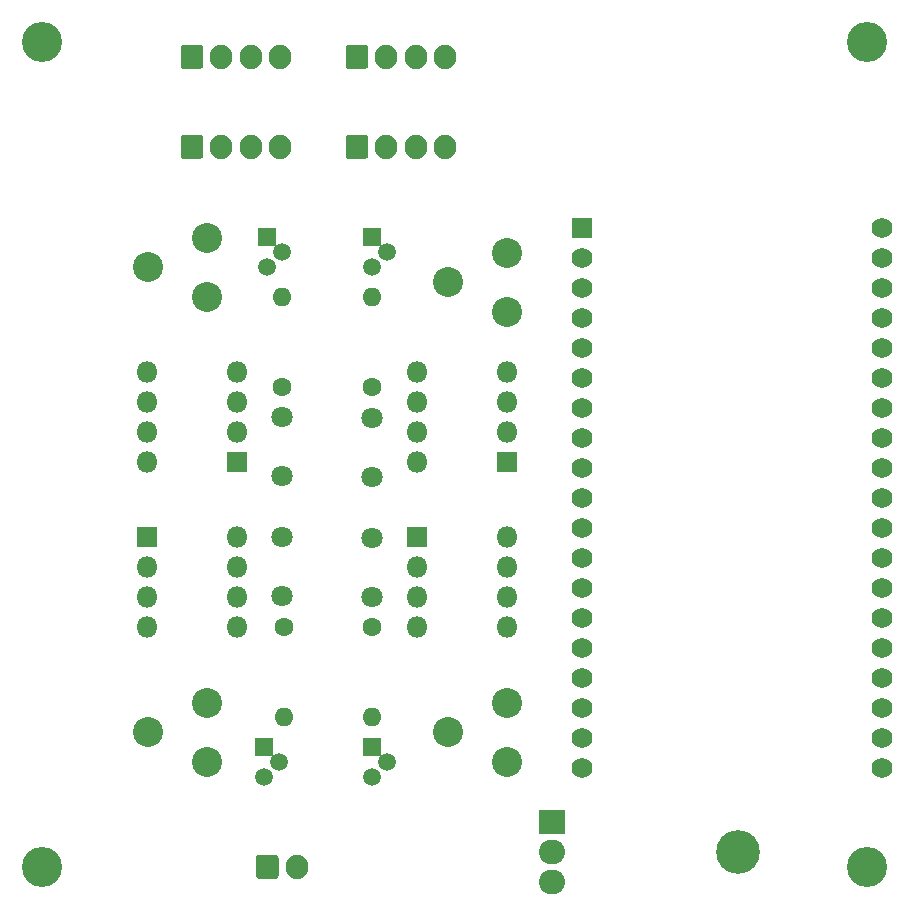
<source format=gbs>
G04 #@! TF.GenerationSoftware,KiCad,Pcbnew,(5.1.5-0-10_14)*
G04 #@! TF.CreationDate,2020-02-05T16:48:16+09:00*
G04 #@! TF.ProjectId,baloon-markII,62616c6f-6f6e-42d6-9d61-726b49492e6b,rev?*
G04 #@! TF.SameCoordinates,PX258bd10PY730f910*
G04 #@! TF.FileFunction,Soldermask,Bot*
G04 #@! TF.FilePolarity,Negative*
%FSLAX46Y46*%
G04 Gerber Fmt 4.6, Leading zero omitted, Abs format (unit mm)*
G04 Created by KiCad (PCBNEW (5.1.5-0-10_14)) date 2020-02-05 16:48:16*
%MOMM*%
%LPD*%
G04 APERTURE LIST*
%ADD10O,2.200000X2.105000*%
%ADD11R,2.200000X2.105000*%
%ADD12O,3.700000X3.700000*%
%ADD13C,1.760000*%
%ADD14R,1.760000X1.760000*%
%ADD15O,1.600000X1.600000*%
%ADD16C,1.600000*%
%ADD17C,3.400000*%
%ADD18O,1.900000X2.050000*%
%ADD19C,0.100000*%
%ADD20C,2.540000*%
%ADD21R,1.500000X1.500000*%
%ADD22C,1.500000*%
%ADD23C,1.800000*%
%ADD24O,1.800000X1.800000*%
%ADD25R,1.800000X1.800000*%
G04 APERTURE END LIST*
D10*
X48260000Y3810000D03*
X48260000Y6350000D03*
D11*
X48260000Y8890000D03*
D12*
X64060000Y6350000D03*
D13*
X76200000Y13410000D03*
X76200000Y15950000D03*
X76200000Y18490000D03*
X76200000Y21030000D03*
X76200000Y23570000D03*
X76200000Y26110000D03*
X76200000Y28650000D03*
X76200000Y31190000D03*
X76200000Y33730000D03*
X76200000Y36270000D03*
X76200000Y38810000D03*
X76200000Y41350000D03*
X76200000Y43890000D03*
X76200000Y46430000D03*
X76200000Y48970000D03*
X76200000Y51510000D03*
X76200000Y54050000D03*
X76200000Y56590000D03*
X76200000Y59130000D03*
X50800000Y15950000D03*
X50800000Y18490000D03*
X50800000Y21030000D03*
X50800000Y23570000D03*
X50800000Y26110000D03*
X50800000Y28650000D03*
X50800000Y31190000D03*
X50800000Y33730000D03*
X50800000Y36270000D03*
X50800000Y38810000D03*
X50800000Y41350000D03*
X50800000Y43890000D03*
X50800000Y46430000D03*
X50800000Y48970000D03*
X50800000Y51510000D03*
X50800000Y54050000D03*
X50800000Y13410000D03*
X50800000Y56590000D03*
D14*
X50800000Y59130000D03*
D15*
X33020000Y53340000D03*
D16*
X33020000Y45720000D03*
D17*
X74930000Y74930000D03*
X5080000Y74930000D03*
X5080000Y5080000D03*
X74930000Y5080000D03*
D18*
X39250000Y73660000D03*
X36750000Y73660000D03*
X34250000Y73660000D03*
D19*
G36*
X32447975Y74683655D02*
G01*
X32475099Y74679631D01*
X32501697Y74672969D01*
X32527514Y74663731D01*
X32552302Y74652007D01*
X32575821Y74637911D01*
X32597845Y74621576D01*
X32618162Y74603162D01*
X32636576Y74582845D01*
X32652911Y74560821D01*
X32667007Y74537302D01*
X32678731Y74512514D01*
X32687969Y74486697D01*
X32694631Y74460099D01*
X32698655Y74432975D01*
X32700000Y74405588D01*
X32700000Y72914412D01*
X32698655Y72887025D01*
X32694631Y72859901D01*
X32687969Y72833303D01*
X32678731Y72807486D01*
X32667007Y72782698D01*
X32652911Y72759179D01*
X32636576Y72737155D01*
X32618162Y72716838D01*
X32597845Y72698424D01*
X32575821Y72682089D01*
X32552302Y72667993D01*
X32527514Y72656269D01*
X32501697Y72647031D01*
X32475099Y72640369D01*
X32447975Y72636345D01*
X32420588Y72635000D01*
X31079412Y72635000D01*
X31052025Y72636345D01*
X31024901Y72640369D01*
X30998303Y72647031D01*
X30972486Y72656269D01*
X30947698Y72667993D01*
X30924179Y72682089D01*
X30902155Y72698424D01*
X30881838Y72716838D01*
X30863424Y72737155D01*
X30847089Y72759179D01*
X30832993Y72782698D01*
X30821269Y72807486D01*
X30812031Y72833303D01*
X30805369Y72859901D01*
X30801345Y72887025D01*
X30800000Y72914412D01*
X30800000Y74405588D01*
X30801345Y74432975D01*
X30805369Y74460099D01*
X30812031Y74486697D01*
X30821269Y74512514D01*
X30832993Y74537302D01*
X30847089Y74560821D01*
X30863424Y74582845D01*
X30881838Y74603162D01*
X30902155Y74621576D01*
X30924179Y74637911D01*
X30947698Y74652007D01*
X30972486Y74663731D01*
X30998303Y74672969D01*
X31024901Y74679631D01*
X31052025Y74683655D01*
X31079412Y74685000D01*
X32420588Y74685000D01*
X32447975Y74683655D01*
G37*
D18*
X39250000Y66040000D03*
X36750000Y66040000D03*
X34250000Y66040000D03*
D19*
G36*
X32447975Y67063655D02*
G01*
X32475099Y67059631D01*
X32501697Y67052969D01*
X32527514Y67043731D01*
X32552302Y67032007D01*
X32575821Y67017911D01*
X32597845Y67001576D01*
X32618162Y66983162D01*
X32636576Y66962845D01*
X32652911Y66940821D01*
X32667007Y66917302D01*
X32678731Y66892514D01*
X32687969Y66866697D01*
X32694631Y66840099D01*
X32698655Y66812975D01*
X32700000Y66785588D01*
X32700000Y65294412D01*
X32698655Y65267025D01*
X32694631Y65239901D01*
X32687969Y65213303D01*
X32678731Y65187486D01*
X32667007Y65162698D01*
X32652911Y65139179D01*
X32636576Y65117155D01*
X32618162Y65096838D01*
X32597845Y65078424D01*
X32575821Y65062089D01*
X32552302Y65047993D01*
X32527514Y65036269D01*
X32501697Y65027031D01*
X32475099Y65020369D01*
X32447975Y65016345D01*
X32420588Y65015000D01*
X31079412Y65015000D01*
X31052025Y65016345D01*
X31024901Y65020369D01*
X30998303Y65027031D01*
X30972486Y65036269D01*
X30947698Y65047993D01*
X30924179Y65062089D01*
X30902155Y65078424D01*
X30881838Y65096838D01*
X30863424Y65117155D01*
X30847089Y65139179D01*
X30832993Y65162698D01*
X30821269Y65187486D01*
X30812031Y65213303D01*
X30805369Y65239901D01*
X30801345Y65267025D01*
X30800000Y65294412D01*
X30800000Y66785588D01*
X30801345Y66812975D01*
X30805369Y66840099D01*
X30812031Y66866697D01*
X30821269Y66892514D01*
X30832993Y66917302D01*
X30847089Y66940821D01*
X30863424Y66962845D01*
X30881838Y66983162D01*
X30902155Y67001576D01*
X30924179Y67017911D01*
X30947698Y67032007D01*
X30972486Y67043731D01*
X30998303Y67052969D01*
X31024901Y67059631D01*
X31052025Y67063655D01*
X31079412Y67065000D01*
X32420588Y67065000D01*
X32447975Y67063655D01*
G37*
D18*
X25280000Y73660000D03*
X22780000Y73660000D03*
X20280000Y73660000D03*
D19*
G36*
X18477975Y74683655D02*
G01*
X18505099Y74679631D01*
X18531697Y74672969D01*
X18557514Y74663731D01*
X18582302Y74652007D01*
X18605821Y74637911D01*
X18627845Y74621576D01*
X18648162Y74603162D01*
X18666576Y74582845D01*
X18682911Y74560821D01*
X18697007Y74537302D01*
X18708731Y74512514D01*
X18717969Y74486697D01*
X18724631Y74460099D01*
X18728655Y74432975D01*
X18730000Y74405588D01*
X18730000Y72914412D01*
X18728655Y72887025D01*
X18724631Y72859901D01*
X18717969Y72833303D01*
X18708731Y72807486D01*
X18697007Y72782698D01*
X18682911Y72759179D01*
X18666576Y72737155D01*
X18648162Y72716838D01*
X18627845Y72698424D01*
X18605821Y72682089D01*
X18582302Y72667993D01*
X18557514Y72656269D01*
X18531697Y72647031D01*
X18505099Y72640369D01*
X18477975Y72636345D01*
X18450588Y72635000D01*
X17109412Y72635000D01*
X17082025Y72636345D01*
X17054901Y72640369D01*
X17028303Y72647031D01*
X17002486Y72656269D01*
X16977698Y72667993D01*
X16954179Y72682089D01*
X16932155Y72698424D01*
X16911838Y72716838D01*
X16893424Y72737155D01*
X16877089Y72759179D01*
X16862993Y72782698D01*
X16851269Y72807486D01*
X16842031Y72833303D01*
X16835369Y72859901D01*
X16831345Y72887025D01*
X16830000Y72914412D01*
X16830000Y74405588D01*
X16831345Y74432975D01*
X16835369Y74460099D01*
X16842031Y74486697D01*
X16851269Y74512514D01*
X16862993Y74537302D01*
X16877089Y74560821D01*
X16893424Y74582845D01*
X16911838Y74603162D01*
X16932155Y74621576D01*
X16954179Y74637911D01*
X16977698Y74652007D01*
X17002486Y74663731D01*
X17028303Y74672969D01*
X17054901Y74679631D01*
X17082025Y74683655D01*
X17109412Y74685000D01*
X18450588Y74685000D01*
X18477975Y74683655D01*
G37*
D18*
X25280000Y66040000D03*
X22780000Y66040000D03*
X20280000Y66040000D03*
D19*
G36*
X18477975Y67063655D02*
G01*
X18505099Y67059631D01*
X18531697Y67052969D01*
X18557514Y67043731D01*
X18582302Y67032007D01*
X18605821Y67017911D01*
X18627845Y67001576D01*
X18648162Y66983162D01*
X18666576Y66962845D01*
X18682911Y66940821D01*
X18697007Y66917302D01*
X18708731Y66892514D01*
X18717969Y66866697D01*
X18724631Y66840099D01*
X18728655Y66812975D01*
X18730000Y66785588D01*
X18730000Y65294412D01*
X18728655Y65267025D01*
X18724631Y65239901D01*
X18717969Y65213303D01*
X18708731Y65187486D01*
X18697007Y65162698D01*
X18682911Y65139179D01*
X18666576Y65117155D01*
X18648162Y65096838D01*
X18627845Y65078424D01*
X18605821Y65062089D01*
X18582302Y65047993D01*
X18557514Y65036269D01*
X18531697Y65027031D01*
X18505099Y65020369D01*
X18477975Y65016345D01*
X18450588Y65015000D01*
X17109412Y65015000D01*
X17082025Y65016345D01*
X17054901Y65020369D01*
X17028303Y65027031D01*
X17002486Y65036269D01*
X16977698Y65047993D01*
X16954179Y65062089D01*
X16932155Y65078424D01*
X16911838Y65096838D01*
X16893424Y65117155D01*
X16877089Y65139179D01*
X16862993Y65162698D01*
X16851269Y65187486D01*
X16842031Y65213303D01*
X16835369Y65239901D01*
X16831345Y65267025D01*
X16830000Y65294412D01*
X16830000Y66785588D01*
X16831345Y66812975D01*
X16835369Y66840099D01*
X16842031Y66866697D01*
X16851269Y66892514D01*
X16862993Y66917302D01*
X16877089Y66940821D01*
X16893424Y66962845D01*
X16911838Y66983162D01*
X16932155Y67001576D01*
X16954179Y67017911D01*
X16977698Y67032007D01*
X17002486Y67043731D01*
X17028303Y67052969D01*
X17054901Y67059631D01*
X17082025Y67063655D01*
X17109412Y67065000D01*
X18450588Y67065000D01*
X18477975Y67063655D01*
G37*
D20*
X19050000Y53340000D03*
X14050000Y55840000D03*
X19050000Y58340000D03*
D21*
X33020000Y58420000D03*
D22*
X33020000Y55880000D03*
X34290000Y57150000D03*
D23*
X33020000Y43100000D03*
X33020000Y38100000D03*
X25400000Y28020000D03*
X25400000Y33020000D03*
D24*
X44450000Y33020000D03*
X36830000Y25400000D03*
X44450000Y30480000D03*
X36830000Y27940000D03*
X44450000Y27940000D03*
X36830000Y30480000D03*
X44450000Y25400000D03*
D25*
X36830000Y33020000D03*
D20*
X44450000Y13970000D03*
X39450000Y16470000D03*
X44450000Y18970000D03*
D15*
X33020000Y17780000D03*
D16*
X33020000Y25400000D03*
D21*
X33020000Y15240000D03*
D22*
X33020000Y12700000D03*
X34290000Y13970000D03*
D23*
X33020000Y32940000D03*
X33020000Y27940000D03*
D18*
X26670000Y5080000D03*
D19*
G36*
X24867975Y6103655D02*
G01*
X24895099Y6099631D01*
X24921697Y6092969D01*
X24947514Y6083731D01*
X24972302Y6072007D01*
X24995821Y6057911D01*
X25017845Y6041576D01*
X25038162Y6023162D01*
X25056576Y6002845D01*
X25072911Y5980821D01*
X25087007Y5957302D01*
X25098731Y5932514D01*
X25107969Y5906697D01*
X25114631Y5880099D01*
X25118655Y5852975D01*
X25120000Y5825588D01*
X25120000Y4334412D01*
X25118655Y4307025D01*
X25114631Y4279901D01*
X25107969Y4253303D01*
X25098731Y4227486D01*
X25087007Y4202698D01*
X25072911Y4179179D01*
X25056576Y4157155D01*
X25038162Y4136838D01*
X25017845Y4118424D01*
X24995821Y4102089D01*
X24972302Y4087993D01*
X24947514Y4076269D01*
X24921697Y4067031D01*
X24895099Y4060369D01*
X24867975Y4056345D01*
X24840588Y4055000D01*
X23499412Y4055000D01*
X23472025Y4056345D01*
X23444901Y4060369D01*
X23418303Y4067031D01*
X23392486Y4076269D01*
X23367698Y4087993D01*
X23344179Y4102089D01*
X23322155Y4118424D01*
X23301838Y4136838D01*
X23283424Y4157155D01*
X23267089Y4179179D01*
X23252993Y4202698D01*
X23241269Y4227486D01*
X23232031Y4253303D01*
X23225369Y4279901D01*
X23221345Y4307025D01*
X23220000Y4334412D01*
X23220000Y5825588D01*
X23221345Y5852975D01*
X23225369Y5880099D01*
X23232031Y5906697D01*
X23241269Y5932514D01*
X23252993Y5957302D01*
X23267089Y5980821D01*
X23283424Y6002845D01*
X23301838Y6023162D01*
X23322155Y6041576D01*
X23344179Y6057911D01*
X23367698Y6072007D01*
X23392486Y6083731D01*
X23418303Y6092969D01*
X23444901Y6099631D01*
X23472025Y6103655D01*
X23499412Y6105000D01*
X24840588Y6105000D01*
X24867975Y6103655D01*
G37*
D24*
X13970000Y39370000D03*
X21590000Y46990000D03*
X13970000Y41910000D03*
X21590000Y44450000D03*
X13970000Y44450000D03*
X21590000Y41910000D03*
X13970000Y46990000D03*
D25*
X21590000Y39370000D03*
D15*
X25400000Y53340000D03*
D16*
X25400000Y45720000D03*
D23*
X25400000Y38180000D03*
X25400000Y43180000D03*
D21*
X24130000Y58420000D03*
D22*
X24130000Y55880000D03*
X25400000Y57150000D03*
D24*
X36830000Y39370000D03*
X44450000Y46990000D03*
X36830000Y41910000D03*
X44450000Y44450000D03*
X36830000Y44450000D03*
X44450000Y41910000D03*
X36830000Y46990000D03*
D25*
X44450000Y39370000D03*
D24*
X21590000Y33020000D03*
X13970000Y25400000D03*
X21590000Y30480000D03*
X13970000Y27940000D03*
X21590000Y27940000D03*
X13970000Y30480000D03*
X21590000Y25400000D03*
D25*
X13970000Y33020000D03*
D20*
X44450000Y52070000D03*
X39450000Y54570000D03*
X44450000Y57070000D03*
X19050000Y13970000D03*
X14050000Y16470000D03*
X19050000Y18970000D03*
D15*
X25594999Y17780000D03*
D16*
X25594999Y25400000D03*
D21*
X23914999Y15244999D03*
D22*
X23914999Y12704999D03*
X25184999Y13974999D03*
M02*

</source>
